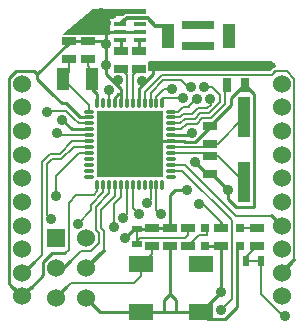
<source format=gtl>
G04 (created by PCBNEW (2013-mar-13)-testing) date Mon 16 Sep 2013 00:05:21 EST*
%MOIN*%
G04 Gerber Fmt 3.4, Leading zero omitted, Abs format*
%FSLAX34Y34*%
G01*
G70*
G90*
G04 APERTURE LIST*
%ADD10C,0.003937*%
%ADD11C,0.060000*%
%ADD12R,0.045000X0.025000*%
%ADD13R,0.025000X0.045000*%
%ADD14R,0.035433X0.019685*%
%ADD15R,0.008000X0.059055*%
%ADD16R,0.078700X0.055100*%
%ADD17R,0.031496X0.031496*%
%ADD18R,0.039370X0.078740*%
%ADD19R,0.110236X0.027559*%
%ADD20R,0.043307X0.074803*%
%ADD21R,0.039370X0.011811*%
%ADD22R,0.039370X0.137795*%
%ADD23O,0.011800X0.033500*%
%ADD24O,0.033500X0.011800*%
%ADD25R,0.220472X0.220472*%
%ADD26R,0.060000X0.060000*%
%ADD27R,0.019685X0.035433*%
%ADD28R,0.059055X0.008000*%
%ADD29C,0.035000*%
%ADD30C,0.010000*%
%ADD31C,0.008000*%
%ADD32C,0.012000*%
%ADD33C,0.014000*%
G04 APERTURE END LIST*
G54D10*
G54D11*
X9441Y8314D03*
X9441Y5164D03*
X9441Y3590D03*
X9441Y4377D03*
X9441Y6739D03*
X9441Y5952D03*
X9441Y7527D03*
X9441Y2015D03*
X9441Y1227D03*
X9441Y2802D03*
X779Y2802D03*
X779Y1227D03*
X779Y2015D03*
X779Y7527D03*
X779Y5952D03*
X779Y6739D03*
X779Y4377D03*
X779Y3590D03*
X779Y5164D03*
X779Y8314D03*
G54D12*
X2362Y9152D03*
X2362Y9752D03*
X4688Y9410D03*
X4688Y8810D03*
X4078Y9410D03*
X4078Y8810D03*
X2972Y9152D03*
X2972Y9752D03*
X5720Y3516D03*
X5720Y2916D03*
G54D13*
X7629Y8267D03*
X8229Y8267D03*
G54D12*
X7437Y3516D03*
X7437Y2916D03*
X7062Y5906D03*
X7062Y5306D03*
X7062Y6314D03*
X7062Y6914D03*
G54D14*
X4606Y3472D03*
X4606Y2960D03*
G54D15*
X4606Y3216D03*
G54D16*
X4763Y700D03*
X4763Y2300D03*
X6763Y700D03*
X6763Y2300D03*
G54D12*
X6330Y3516D03*
X6330Y2916D03*
X5110Y3516D03*
X5110Y2916D03*
G54D17*
X6885Y3511D03*
X6885Y2921D03*
G54D18*
X7692Y9925D03*
X5645Y9925D03*
G54D19*
X6669Y9584D03*
X6669Y10265D03*
G54D20*
X2145Y8488D03*
X3129Y8488D03*
G54D21*
X4061Y10299D03*
X4061Y10043D03*
X4061Y9787D03*
X4710Y9787D03*
X4710Y10043D03*
X4710Y10299D03*
G54D22*
X8185Y5027D03*
X8185Y7192D03*
G54D17*
X8066Y3511D03*
X8066Y2921D03*
G54D12*
X8610Y2916D03*
X8610Y3516D03*
G54D23*
X5468Y7665D03*
X5271Y7665D03*
X5074Y7665D03*
X4877Y7665D03*
X4680Y7665D03*
X4483Y7665D03*
X4287Y7665D03*
X4090Y7665D03*
X3893Y7665D03*
X3696Y7665D03*
X3499Y7665D03*
X3302Y7665D03*
X3302Y4949D03*
X3499Y4949D03*
X3696Y4949D03*
X3893Y4949D03*
X4090Y4949D03*
X4287Y4949D03*
X4483Y4949D03*
X4680Y4949D03*
X4877Y4949D03*
X5074Y4949D03*
X5271Y4949D03*
X5468Y4949D03*
G54D24*
X3027Y7390D03*
X3027Y7193D03*
X3027Y6996D03*
X3027Y6799D03*
X3027Y6602D03*
X3027Y6405D03*
X3027Y6209D03*
X3027Y6012D03*
X3027Y5815D03*
X3027Y5618D03*
X3027Y5421D03*
X3027Y5224D03*
X5743Y5224D03*
X5743Y5421D03*
X5743Y5618D03*
X5743Y5815D03*
X5743Y6012D03*
X5743Y6209D03*
X5743Y6405D03*
X5743Y6602D03*
X5743Y6799D03*
X5743Y6996D03*
X5743Y7193D03*
X5743Y7390D03*
G54D25*
X4385Y6307D03*
G54D26*
X4385Y6307D03*
X3785Y5707D03*
X4985Y5707D03*
X4985Y6907D03*
X3785Y6907D03*
G54D27*
X8759Y2425D03*
X8248Y2425D03*
G54D28*
X8503Y2425D03*
G54D26*
X1929Y3169D03*
G54D11*
X2929Y3169D03*
X1929Y2169D03*
X2929Y2169D03*
X1929Y1169D03*
X2929Y1169D03*
G54D29*
X6287Y4775D03*
X4215Y3169D03*
X6448Y6688D03*
X2138Y7119D03*
X3594Y9645D03*
X7649Y4791D03*
X7437Y1373D03*
X5169Y8909D03*
X4795Y8425D03*
X5877Y8909D03*
X6586Y8909D03*
X7295Y8909D03*
X3594Y8944D03*
X8712Y8909D03*
X8003Y8909D03*
X3783Y10649D03*
X3594Y10346D03*
X3429Y10661D03*
X6543Y5716D03*
X3980Y8429D03*
X3846Y3531D03*
X6673Y4318D03*
X1612Y7378D03*
X2645Y3649D03*
X4157Y3830D03*
X4688Y3964D03*
X7429Y779D03*
X6862Y8204D03*
X7070Y7822D03*
X6625Y7811D03*
X6161Y7850D03*
X5803Y8153D03*
X6429Y8208D03*
X4944Y4346D03*
X1744Y3811D03*
X3696Y8099D03*
X9551Y578D03*
X1968Y6685D03*
X5409Y3984D03*
X1929Y4582D03*
G54D30*
X5882Y4778D02*
X6284Y4778D01*
X6284Y4778D02*
X6287Y4775D01*
X4519Y3472D02*
X5066Y3472D01*
X5066Y3472D02*
X5110Y3516D01*
X4215Y3169D02*
X4519Y3472D01*
X5110Y3516D02*
X5720Y3516D01*
X3027Y6799D02*
X2458Y6799D01*
X2458Y6799D02*
X2138Y7119D01*
X5110Y3516D02*
X5720Y3516D01*
X5720Y3516D02*
X5720Y4616D01*
X5720Y4616D02*
X5882Y4778D01*
X5743Y6602D02*
X6360Y6600D01*
X6360Y6600D02*
X6448Y6688D01*
X6360Y6600D02*
X6448Y6688D01*
X6763Y700D02*
X6991Y472D01*
X7562Y472D02*
X7957Y866D01*
X6991Y472D02*
X7562Y472D01*
X7957Y944D02*
X7957Y866D01*
X8066Y2921D02*
X7957Y2811D01*
X7957Y2811D02*
X7957Y944D01*
G54D31*
X2787Y4602D02*
X2602Y4602D01*
X2350Y2775D02*
X2238Y2664D01*
X2350Y4350D02*
X2350Y2775D01*
X2602Y4602D02*
X2350Y4350D01*
X3302Y4949D02*
X3302Y4731D01*
G54D30*
X1480Y1929D02*
X1480Y2370D01*
G54D32*
X1076Y1525D02*
X779Y1227D01*
G54D30*
X1076Y1525D02*
X1480Y1929D01*
X1774Y2664D02*
X2238Y2664D01*
X1480Y2370D02*
X1774Y2664D01*
G54D31*
X3302Y4731D02*
X3173Y4602D01*
X3173Y4602D02*
X2787Y4602D01*
G54D30*
X7649Y4791D02*
X7649Y4488D01*
X8515Y7981D02*
X8229Y8267D01*
X8515Y4216D02*
X8515Y7981D01*
X8500Y4200D02*
X8515Y4216D01*
X7937Y4200D02*
X8500Y4200D01*
X7649Y4488D02*
X7937Y4200D01*
X7062Y5306D02*
X7134Y5306D01*
X7134Y5306D02*
X7649Y4791D01*
X7437Y2916D02*
X6890Y2916D01*
X6890Y2916D02*
X6885Y2921D01*
X7437Y2916D02*
X7437Y1373D01*
X7437Y1373D02*
X6763Y700D01*
X5743Y6405D02*
X4483Y6405D01*
X4483Y6405D02*
X4385Y6307D01*
X4795Y8263D02*
X4795Y8264D01*
X4795Y8264D02*
X4795Y8425D01*
X4686Y8155D02*
X4795Y8263D01*
X4795Y8263D02*
X5169Y8638D01*
G54D33*
X7295Y8909D02*
X6940Y8909D01*
X6586Y8909D02*
X6232Y8909D01*
G54D30*
X5877Y8909D02*
X5523Y8909D01*
X5519Y8913D02*
X5523Y8909D01*
X5169Y8909D02*
X5169Y8909D01*
X5169Y8909D02*
X5519Y8913D01*
G54D33*
X6232Y8909D02*
X5877Y8909D01*
X6940Y8909D02*
X6586Y8909D01*
X7649Y8909D02*
X7295Y8909D01*
X7649Y8909D02*
X8003Y8909D01*
G54D30*
X5169Y8638D02*
X5169Y8909D01*
X3594Y8637D02*
X3980Y8251D01*
X3594Y9295D02*
X3594Y8944D01*
G54D33*
X8712Y8909D02*
X8358Y8909D01*
X8358Y8909D02*
X8003Y8909D01*
G54D31*
X3594Y8637D02*
X4090Y8141D01*
G54D30*
X7755Y7607D02*
X7755Y7842D01*
X7755Y7842D02*
X8181Y8267D01*
X8181Y8267D02*
X8229Y8267D01*
X7755Y7607D02*
X7062Y6914D01*
X4680Y8149D02*
X4686Y8155D01*
X3594Y10346D02*
X3594Y10460D01*
X3594Y10460D02*
X3783Y10649D01*
X3594Y9295D02*
X3594Y9645D01*
X3594Y9645D02*
X3594Y9996D01*
X3594Y9996D02*
X3594Y10346D01*
X3594Y10346D02*
X3594Y10496D01*
X3594Y10496D02*
X3429Y10661D01*
X5720Y1314D02*
X5925Y1110D01*
X5925Y1110D02*
X5925Y700D01*
X2972Y9752D02*
X3487Y9752D01*
X3487Y9752D02*
X3594Y9645D01*
G54D32*
X3202Y895D02*
X2929Y1169D01*
X462Y1544D02*
X779Y1227D01*
G54D30*
X1299Y8632D02*
X1184Y8748D01*
X346Y1660D02*
X462Y1544D01*
X346Y8492D02*
X346Y1660D01*
X602Y8748D02*
X346Y8492D01*
X1184Y8748D02*
X602Y8748D01*
X1799Y7968D02*
X2106Y7661D01*
X2106Y7661D02*
X2255Y7661D01*
X3202Y895D02*
X3398Y700D01*
X3398Y700D02*
X4763Y700D01*
X7062Y5306D02*
X6953Y5306D01*
X6953Y5306D02*
X6543Y5716D01*
X4680Y8149D02*
X4680Y7665D01*
X5720Y2916D02*
X5720Y1314D01*
X5527Y1122D02*
X5527Y700D01*
X5720Y1314D02*
X5527Y1122D01*
X6763Y700D02*
X5925Y700D01*
X5925Y700D02*
X5527Y700D01*
X5527Y700D02*
X4763Y700D01*
X3893Y7665D02*
X3893Y7858D01*
X4090Y7952D02*
X4090Y7665D01*
X3893Y7858D02*
X4000Y7964D01*
X2358Y9752D02*
X2972Y9752D01*
X2358Y9752D02*
X2358Y9691D01*
X2358Y9691D02*
X1299Y8632D01*
X3027Y7193D02*
X2724Y7193D01*
X2724Y7193D02*
X2255Y7661D01*
X1799Y7968D02*
X1299Y8467D01*
X1299Y8467D02*
X1299Y8632D01*
X6570Y6379D02*
X6571Y6379D01*
X6571Y6379D02*
X7062Y6870D01*
X7062Y6870D02*
X7062Y6914D01*
X5743Y6405D02*
X6190Y6405D01*
X6216Y6379D02*
X6570Y6379D01*
X6190Y6405D02*
X6216Y6379D01*
X4090Y8141D02*
X3980Y8251D01*
X3980Y8251D02*
X3980Y8429D01*
X4090Y7952D02*
X4090Y8141D01*
X4078Y7964D02*
X4090Y7952D01*
X4000Y7964D02*
X4078Y7964D01*
X4061Y10043D02*
X3641Y10043D01*
X3641Y10043D02*
X3594Y9996D01*
X3594Y8637D02*
X3594Y8944D01*
X4061Y10043D02*
X4710Y10043D01*
G54D31*
X4090Y4544D02*
X3846Y4299D01*
X3846Y4299D02*
X3846Y3531D01*
X4090Y4949D02*
X4090Y4544D01*
G54D32*
X2929Y2169D02*
X3509Y2749D01*
G54D31*
X3893Y4573D02*
X3893Y4949D01*
X3509Y2749D02*
X3509Y3409D01*
X3509Y3409D02*
X3423Y3495D01*
X3423Y3495D02*
X3423Y4103D01*
X3423Y4103D02*
X3893Y4573D01*
X7562Y7972D02*
X7562Y8200D01*
X7562Y8200D02*
X7629Y8267D01*
X7081Y7173D02*
X6837Y7173D01*
X7562Y7653D02*
X7081Y7173D01*
X7562Y7653D02*
X7562Y7972D01*
X6606Y6988D02*
X6791Y7173D01*
X6837Y7173D02*
X6791Y7173D01*
X6099Y6799D02*
X6288Y6988D01*
X5743Y6799D02*
X6099Y6799D01*
X6288Y6988D02*
X6606Y6988D01*
X4287Y7665D02*
X4287Y8601D01*
X4287Y8601D02*
X4078Y8810D01*
X4483Y7665D02*
X4483Y8605D01*
X4483Y8605D02*
X4688Y8810D01*
X6330Y3271D02*
X6330Y3516D01*
X6220Y3161D02*
X6330Y3271D01*
X4728Y3161D02*
X6220Y3161D01*
X4606Y3039D02*
X4728Y3161D01*
X6330Y3516D02*
X6330Y3271D01*
X6685Y3271D02*
X6940Y3271D01*
X6330Y2916D02*
X6685Y3271D01*
X6940Y3516D02*
X6940Y3271D01*
X8066Y3511D02*
X8605Y3511D01*
X8605Y3511D02*
X8610Y3516D01*
X8248Y2425D02*
X8248Y2554D01*
X8248Y2554D02*
X8610Y2916D01*
X2358Y9152D02*
X2358Y8907D01*
X2145Y8488D02*
X2358Y8700D01*
X2358Y8700D02*
X2358Y8907D01*
X3027Y7390D02*
X3027Y7606D01*
X3027Y7606D02*
X2145Y8488D01*
G54D30*
X3302Y7665D02*
X3302Y7980D01*
X3302Y7980D02*
X3129Y8153D01*
X3129Y8153D02*
X3129Y8488D01*
X3129Y8153D02*
X3129Y8488D01*
G54D31*
X3129Y8750D02*
X2972Y8907D01*
X2972Y9152D02*
X2972Y8907D01*
X3129Y8488D02*
X3129Y8750D01*
X7306Y6314D02*
X8185Y7192D01*
X7062Y6314D02*
X7306Y6314D01*
X5743Y6209D02*
X5743Y6209D01*
X6957Y6209D02*
X7062Y6314D01*
X5743Y6209D02*
X6957Y6209D01*
X5743Y6209D02*
X5743Y6209D01*
X7306Y5906D02*
X8185Y5027D01*
X7062Y5906D02*
X7306Y5906D01*
X5743Y6012D02*
X5743Y6012D01*
X6957Y6012D02*
X7062Y5906D01*
X5743Y6012D02*
X6957Y6012D01*
X5743Y6012D02*
X5743Y6012D01*
G54D33*
X5645Y9925D02*
X5645Y10051D01*
X4273Y10511D02*
X4061Y10299D01*
X4972Y10511D02*
X4273Y10511D01*
X5236Y10248D02*
X4972Y10511D01*
X5448Y10248D02*
X5236Y10248D01*
X5645Y10051D02*
X5448Y10248D01*
G54D30*
X4078Y9410D02*
X4078Y9769D01*
X4078Y9769D02*
X4061Y9787D01*
X4688Y9410D02*
X4688Y9765D01*
X4688Y9765D02*
X4710Y9787D01*
G54D31*
X6814Y4318D02*
X7437Y3696D01*
X6673Y4318D02*
X6814Y4318D01*
G54D30*
X7437Y3696D02*
X7437Y3516D01*
G54D31*
X1647Y7414D02*
X1612Y7378D01*
X2260Y7414D02*
X1647Y7414D01*
X2530Y7144D02*
X2260Y7414D01*
X2532Y7144D02*
X2530Y7144D01*
X2680Y6996D02*
X2532Y7144D01*
X3027Y6996D02*
X2680Y6996D01*
X3499Y4696D02*
X3094Y4291D01*
X3094Y4291D02*
X3094Y4098D01*
X3094Y4098D02*
X2645Y3649D01*
X3499Y4949D02*
X3499Y4696D01*
X4287Y3961D02*
X4287Y4949D01*
X4157Y3830D02*
X4287Y3961D01*
X4483Y4169D02*
X4483Y4949D01*
X4688Y3964D02*
X4483Y4169D01*
X7429Y779D02*
X7437Y779D01*
X7437Y779D02*
X7787Y1129D01*
X7787Y1129D02*
X7787Y1224D01*
X7787Y3771D02*
X7787Y1224D01*
X6137Y5421D02*
X7787Y3771D01*
X5743Y5421D02*
X6137Y5421D01*
X7625Y4216D02*
X7917Y3925D01*
X7917Y3925D02*
X9107Y3925D01*
G54D32*
X9441Y3590D02*
X9107Y3925D01*
G54D31*
X5743Y5618D02*
X6224Y5618D01*
X6224Y5618D02*
X7625Y4216D01*
X7122Y8204D02*
X6862Y8204D01*
X7393Y7925D02*
X7393Y7933D01*
X7393Y7933D02*
X7122Y8204D01*
X7393Y7822D02*
X7393Y7925D01*
X7393Y7933D02*
X7122Y8204D01*
X5743Y6996D02*
X6068Y6996D01*
X7393Y7711D02*
X7393Y7822D01*
X7015Y7333D02*
X7393Y7711D01*
X6722Y7333D02*
X7015Y7333D01*
X6539Y7149D02*
X6722Y7333D01*
X6222Y7149D02*
X6539Y7149D01*
X6068Y6996D02*
X6222Y7149D01*
X5743Y7193D02*
X6039Y7193D01*
X7074Y7623D02*
X7070Y7822D01*
X6947Y7496D02*
X7074Y7623D01*
X6641Y7496D02*
X6947Y7496D01*
X6459Y7313D02*
X6641Y7496D01*
X6159Y7313D02*
X6459Y7313D01*
X6039Y7193D02*
X6159Y7313D01*
X7070Y7822D02*
X7066Y7818D01*
X6086Y7474D02*
X6167Y7555D01*
X6350Y7555D02*
X6350Y7559D01*
X6346Y7555D02*
X6350Y7555D01*
X6167Y7555D02*
X6346Y7555D01*
X6625Y7811D02*
X6602Y7811D01*
X6602Y7811D02*
X6350Y7559D01*
X6002Y7390D02*
X6086Y7474D01*
X5743Y7390D02*
X6002Y7390D01*
X6161Y7850D02*
X6153Y7858D01*
X5492Y7858D02*
X5468Y7834D01*
X6153Y7858D02*
X5492Y7858D01*
X5468Y7665D02*
X5468Y7834D01*
X5271Y7665D02*
X5271Y7889D01*
X5271Y7889D02*
X5535Y8153D01*
X5535Y8153D02*
X5803Y8153D01*
X6078Y8448D02*
X6318Y8208D01*
X6318Y8208D02*
X6429Y8208D01*
X5501Y8448D02*
X6078Y8448D01*
X5074Y7665D02*
X5074Y8022D01*
X5074Y8022D02*
X5501Y8448D01*
X9610Y8740D02*
X9240Y8740D01*
X9240Y8740D02*
X9114Y8614D01*
X9114Y8614D02*
X5440Y8614D01*
X4877Y8051D02*
X5440Y8614D01*
X4877Y8051D02*
X4877Y7665D01*
X4877Y7665D02*
X4877Y7665D01*
X9114Y8614D02*
X9234Y8734D01*
X7602Y8614D02*
X5440Y8614D01*
X9114Y8614D02*
X7602Y8614D01*
X9234Y8734D02*
X9114Y8614D01*
X9234Y8734D02*
X9228Y8734D01*
X9228Y8734D02*
X9228Y8740D01*
X9871Y8479D02*
X9871Y2445D01*
X9228Y8740D02*
X9610Y8740D01*
X9610Y8740D02*
X9871Y8479D01*
X9610Y8740D02*
X9871Y8479D01*
X9871Y8479D02*
X9610Y8740D01*
G54D32*
X9871Y2445D02*
X9441Y2015D01*
G54D31*
X5074Y4949D02*
X5074Y4476D01*
X5074Y4476D02*
X4944Y4346D01*
X1744Y3811D02*
X1614Y3940D01*
X1614Y3940D02*
X1614Y5629D01*
X1614Y5629D02*
X1780Y5795D01*
X1780Y5795D02*
X2098Y5795D01*
X2098Y5795D02*
X2512Y6209D01*
X2512Y6209D02*
X3027Y6209D01*
X5110Y2916D02*
X5110Y2646D01*
X5110Y2646D02*
X4763Y2300D01*
G54D32*
X1929Y1169D02*
X2267Y1507D01*
G54D31*
X5110Y2646D02*
X4763Y2300D01*
X3696Y7665D02*
X3696Y8099D01*
X4528Y1669D02*
X4763Y1904D01*
X2429Y1669D02*
X4528Y1669D01*
X2267Y1507D02*
X2429Y1669D01*
X4763Y2300D02*
X4763Y1904D01*
X9488Y578D02*
X8759Y1307D01*
X9551Y578D02*
X9488Y578D01*
X8759Y2425D02*
X8759Y1307D01*
G54D32*
X2373Y2370D02*
X2172Y2169D01*
X2172Y2169D02*
X1929Y2169D01*
G54D31*
X2751Y2749D02*
X2373Y2370D01*
X3696Y4949D02*
X3696Y4661D01*
X3255Y4219D02*
X3696Y4661D01*
X3255Y3437D02*
X3255Y4219D01*
X3349Y3343D02*
X3255Y3437D01*
X3349Y2995D02*
X3349Y3343D01*
X3103Y2749D02*
X3349Y2995D01*
X2751Y2749D02*
X3103Y2749D01*
X3027Y6602D02*
X2051Y6602D01*
X2051Y6602D02*
X1968Y6685D01*
X2051Y6602D02*
X1968Y6685D01*
X1442Y5702D02*
X1442Y2612D01*
X3027Y6405D02*
X2466Y6405D01*
X2466Y6405D02*
X2466Y6405D01*
G54D32*
X1182Y2353D02*
X845Y2015D01*
G54D31*
X1442Y2612D02*
X1182Y2353D01*
G54D32*
X845Y2015D02*
X779Y2015D01*
G54D31*
X1442Y5702D02*
X1724Y5984D01*
X2045Y5984D02*
X1724Y5984D01*
X2466Y6405D02*
X2045Y5984D01*
X5271Y4121D02*
X5409Y3984D01*
X5271Y4949D02*
X5271Y4121D01*
X2697Y6012D02*
X3027Y6012D01*
X1929Y4582D02*
X1929Y5244D01*
X1929Y5244D02*
X2697Y6012D01*
G54D10*
G36*
X4885Y10681D02*
X4273Y10681D01*
X4208Y10668D01*
X4153Y10631D01*
X4143Y10622D01*
X3685Y10622D01*
X3681Y9968D01*
X2163Y9968D01*
X3145Y10818D01*
X4755Y10818D01*
X4775Y10818D01*
X4885Y10818D01*
X4885Y10681D01*
X4885Y10681D01*
G37*
X4885Y10681D02*
X4273Y10681D01*
X4208Y10668D01*
X4153Y10631D01*
X4143Y10622D01*
X3685Y10622D01*
X3681Y9968D01*
X2163Y9968D01*
X3145Y10818D01*
X4755Y10818D01*
X4775Y10818D01*
X4885Y10818D01*
X4885Y10681D01*
G36*
X9229Y8935D02*
X9215Y8921D01*
X9185Y8891D01*
X9167Y8887D01*
X9115Y8853D01*
X9091Y8817D01*
X9049Y8776D01*
X5036Y8776D01*
X5036Y8889D01*
X5036Y9046D01*
X5165Y9046D01*
X9102Y9046D01*
X9229Y8935D01*
X9229Y8935D01*
G37*
G54D31*
X9229Y8935D02*
X9215Y8921D01*
X9185Y8891D01*
X9167Y8887D01*
X9115Y8853D01*
X9091Y8817D01*
X9049Y8776D01*
X5036Y8776D01*
X5036Y8889D01*
X5036Y9046D01*
X5165Y9046D01*
X9102Y9046D01*
X9229Y8935D01*
M02*

</source>
